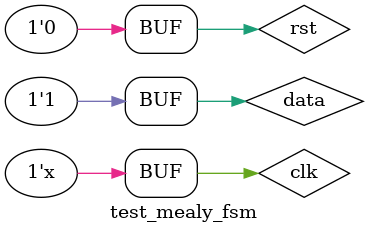
<source format=v>
module mealy_fsm(clk, rst, data, detected);
  input clk;
  input rst;
  input data;
  output reg detected;
  
  parameter s0 = 2'b00;
  parameter s1 = 2'b01;
  parameter s2 = 2'b10;
  parameter s3 = 2'b11;
  
  reg [2:0] current_state, next_state;  
  
  always @(posedge clk or posedge rst) begin
    if (rst) begin
      detected<=0;
      current_state <= s0;
    end
    else current_state <= next_state;
  end
  
  always @ (current_state or data) begin
    case(current_state)
      s0: begin
        if (data) next_state <= s1;
        else next_state<=s0;
        detected<=0;
      end
      
      s1: begin
        if (data) next_state<=s2;
        else next_state <= s0;
        detected<=0;
      end
      
      s2: begin  
        if (!data) next_state <= s3;
        else next_state <= s0;
        detected <= 0;
      end
      
      s3: begin
        if (data) next_state <= s1;
        else next_state <= s0;
        detected<=1;
      end
    endcase
  end
endmodule

module test_mealy_fsm;
  reg clk;
  reg rst;
  reg data;
  wire detected;
  
  mealy_fsm uut(clk, rst, data, detected);
  
  always #5 clk = ~clk;
  
  initial begin
    clk=0;rst=0;#10
    rst=1;#10
    rst=0;#10
    
    data = 1;#10
    data = 1;#10
    data = 0;#10
    data = 1;#10 
    data = 0;#10
    data = 0;#10
    data = 0;#10
    data = 0;#10   
    data = 1;#10
    data = 1;#10
    data = 0;#10
    data = 1;#100;
  end
endmodule

</source>
